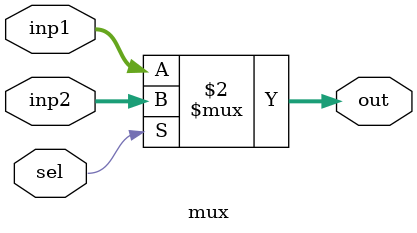
<source format=v>
module mux(sel, inp1, inp2, out);
    input sel;
    input [3:0] inp1;
    input [3:0] inp2;
    output [3:0] out;
    reg [3:0] out;
    
    always @(sel, inp1, inp2) begin
        out = sel?inp2:inp1;
    end
endmodule
</source>
